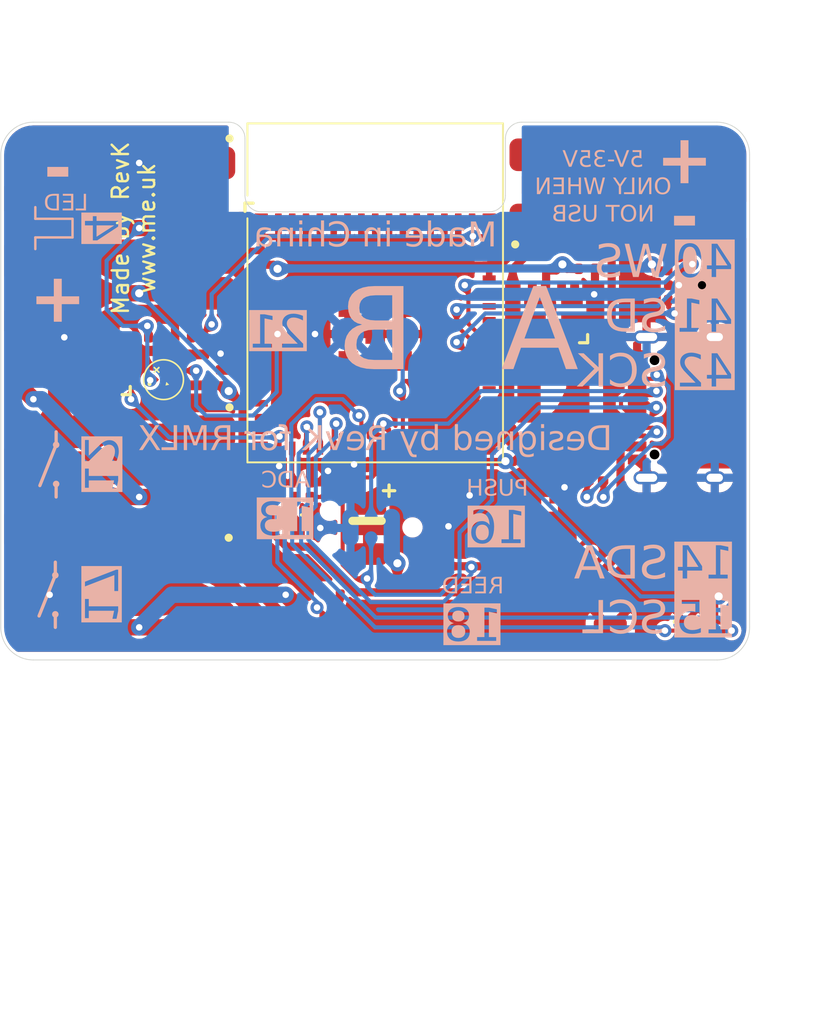
<source format=kicad_pcb>
(kicad_pcb (version 20240108) (generator "pcbnew") (generator_version "8.0")
  (title_block (title "OSC-Widget") (rev "1") (company "Adrian Kennard, Andrews & Arnold Ltd"))
  (layers (0 "F.Cu" signal) (31 "B.Cu" signal) (34 "B.Paste" user) (35 "F.Paste" user) (36 "B.SilkS" user "B.Silkscreen") (37 "F.SilkS" user "F.Silkscreen") (38 "B.Mask" user) (39 "F.Mask" user) (44 "Edge.Cuts" user))
  (net 0 "")
  (net 1 "GND")
  (net 2 "+3V3")
  (net 3 "Net-(J5-CC1)")
  (net 4 "D+")
  (net 5 "D-")
  (net 7 "Net-(J5-CC2)")
  (net 9 "Net-(U6-EN)")
  (net 12 "ADC")
  (net 18 "DC")
  (net 19 "Net-(J1-Pin_2)")
  (net 23 "Net-(D1-+)")
  (net 32 "Net-(R7-Pad1)")
  (net 33 "MICWS")
  (net 34 "MICSD")
  (net 48 "PUSH")
  (net 49 "MICSCK")
  (net 54 "Net-(J6-Pin_1)")
  (net 55 "Net-(J6-Pin_2)")
  (net 58 "LED1")
  (net 59 "LED2")
  (net 62 "REED")
  (net 64 "Net-(J7-Pin_2)")
  (net 65 "Net-(J7-Pin_1)")
  (net 66 "RELAY1")
  (net 67 "Net-(R10-Pad1)")
  (net 68 "RELAY2")
  (net 69 "SDA")
  (net 70 "SCL")
  (footprint "RevK:SO-4_4.4x4.3mm_P2.54mm" (layer "F.Cu") (at 94 110.5 180)
    (property "Reference" "U8" (hide yes))
    (property "Value" "Relay")
  )
  (footprint "RevK:L_4x4_" (layer "F.Cu") (at 110.95 99.085)
    (property "Reference" "L2" (hide yes))
    (property "Value" "10uH")
  )
  (footprint "RevK:WAGO-2060-452-998-404" (layer "F.Cu") (at 85 111.5)
    (property "Reference" "J7" (hide yes))
    (property "Value" "RELAY2")
  )
  (footprint "RevK:SO-4_4.4x4.3mm_P2.54mm" (layer "F.Cu") (at 81.05 97.25 90)
    (property "Reference" "U3" (hide yes))
    (property "Value" "Relay")
  )
  (footprint "RevK:DFN1006-2L" (layer "F.Cu") (at 86.5 95.7 180)
    (property "Reference" "D2" (hide yes))
    (property "Value" "~")
  )
  (footprint "RevK:R_0402" (layer "F.Cu") (at 95.5 104.6)
    (property "Reference" "R3" (hide yes))
    (property "Value" "10K" (hide yes))
  )
  (footprint "RevK:R_0402_" (layer "F.Cu") (at 109.15 92.585)
    (property "Reference" "R15" (hide yes))
    (property "Value" "1M" (hide yes))
  )
  (footprint "RevK:SOT-23" (layer "F.Cu") (at 90 97.7)
    (property "Reference" "U4" (hide yes))
    (property "Value" "78L05")
  )
  (footprint "RevK:C_0603_" (layer "F.Cu") (at 110.95 96.485)
    (property "Reference" "C12" (hide yes))
    (property "Value" "100nF")
  )
  (footprint "RevK:Shadow" (layer "F.Cu") (at 101.55 98)
    (property "Reference" "REF**" (hide yes))
    (property "Value" "Shadow")
  )
  (footprint "RevK:C_0603" (layer "F.Cu") (at 113.75 102 180)
    (property "Reference" "C5" (hide yes))
    (property "Value" "10uF 35V")
  )
  (footprint "RevK:Reed-59170" (layer "F.Cu") (at 106 113.5)
    (property "Reference" "SW2" (hide yes))
    (property "Value" "SW_Reed")
  )
  (footprint "RevK:SW_Push_1P1T_NO_6x6mm" (layer "F.Cu") (at 107.5 107.5 180)
    (property "Reference" "SW1" (hide yes))
    (property "Value" "Button")
  )
  (footprint "RevK:C_0402" (layer "F.Cu") (at 87.4 96.6 180)
    (property "Reference" "C15" (hide yes))
    (property "Value" "100nF" (hide yes))
  )
  (footprint "RevK:R_0402" (layer "F.Cu") (at 90 95.7 180)
    (property "Reference" "R2" (hide yes))
    (property "Value" "10K" (hide yes))
  )
  (footprint "RevK:CP_EIA-3528-21_Kemet-B" (layer "F.Cu") (at 99.5 107.465 90)
    (property "Reference" "C1" (hide yes))
    (property "Value" "220uF Tant")
  )
  (footprint "RevK:R_0402_" (layer "F.Cu") (at 112.750001 92.585)
    (property "Reference" "R14" (hide yes))
    (property "Value" "39k2" (hide yes))
  )
  (footprint "RevK:USB-C-Socket-H" (layer "F.Cu") (at 117.16 100 90)
    (property "Reference" "J5" (hide yes))
    (property "Value" "USB-C-Socket-H")
  )
  (footprint "RevK:R_0402" (layer "F.Cu") (at 95.5 105.5)
    (property "Reference" "R10" (hide yes))
    (property "Value" "1K" (hide yes))
  )
  (footprint "RevK:R_0402_" (layer "F.Cu") (at 110.95 92.585)
    (property "Reference" "R4" (hide yes))
    (property "Value" "124k" (hide yes))
  )
  (footprint "RevK:SMD1010" (layer "F.Cu") (at 87 98.3 45)
    (property "Reference" "D1" (hide yes))
    (property "Value" "XL-1010RGBC-WS2812B" (hide yes))
  )
  (footprint "RevK:C_0402" (layer "F.Cu") (at 88.2 95.7 180)
    (property "Reference" "C9" (hide yes))
    (property "Value" "1uF" (hide yes))
  )
  (footprint "RevK:R_0402" (layer "F.Cu") (at 93.75 104.6)
    (property "Reference" "R1" (hide yes))
    (property "Value" "124K" (hide yes))
  )
  (footprint "RevK:VEML6040" (layer "F.Cu") (at 120 113.5)
    (property "Reference" "U9" (hide yes))
    (property "Value" "VEML6040")
  )
  (footprint "RevK:SOT-23-6-MD8942" (layer "F.Cu") (at 110.95 94.485)
    (property "Reference" "U7" (hide yes))
    (property "Value" "MD8942")
  )
  (footprint "RevK:C_0603" (layer "F.Cu") (at 109.2 101.9 180)
    (property "Reference" "C3" (hide yes))
    (property "Value" "22uF")
  )
  (footprint "RevK:R_0402" (layer "F.Cu") (at 113.1 104 90)
    (property "Reference" "R5" (hide yes))
    (property "Value" "5K1" (hide yes))
  )
  (footprint "RevK:ICS43434_MEMS_Mic" (layer "F.Cu") (at 119.289 92.5)
    (property "Reference" "U1" (hide yes))
    (property "Value" "ICS43434_MEMS_Mic")
  )
  (footprint "RevK:C_0603_" (layer "F.Cu") (at 108.45 95.785 90)
    (property "Reference" "C10" (hide yes))
    (property "Value" "10uF 35V")
  )
  (footprint "RevK:C_0402" (layer "F.Cu") (at 111.446745 101.979436)
    (property "Reference" "C2" (hide yes))
    (property "Value" "100nF" (hide yes))
  )
  (footprint "RevK:R_0402" (layer "F.Cu") (at 114 104 -90)
    (property "Reference" "R6" (hide yes))
    (property "Value" "5K1" (hide yes))
  )
  (footprint "RevK:C_0402" (layer "F.Cu") (at 91.35 96.2 -90)
    (property "Reference" "C7" (hide yes))
    (property "Value" "10uF" (hide yes))
  )
  (footprint "RevK:WAGO-2060-452-998-404" (layer "F.Cu") (at 114.6 86.5 180)
    (property "Reference" "J4" (hide yes))
    (property "Value" "DC")
  )
  (footprint "RevK:C_0402" (layer "F.Cu") (at 113 91.5)
    (property "Reference" "C8" (hide yes))
    (property "Value" "10uF" (hide yes))
  )
  (footprint "RevK:C_0603_" (layer "F.Cu") (at 113.45 95.785 90)
    (property "Reference" "C11" (hide yes))
    (property "Value" "10uF 6.3V")
  )
  (footprint "RevK:R_0402" (layer "F.Cu") (at 84.3 97.45)
    (property "Reference" "R7" (hide yes))
    (property "Value" "1K" (hide yes))
  )
  (footprint "RevK:DFN1006-2L" (layer "F.Cu") (at 113.2 108.475 -90)
    (property "Reference" "D3" (hide yes))
    (property "Value" "~")
  )
  (footprint "RevK:WAGO-2060-452-998-404" (layer "F.Cu") (at 85.05 103.5)
    (property "Reference" "J6" (hide yes))
    (property "Value" "RELAY1")
  )
  (footprint "RevK:DFN1006-2L" (layer "F.Cu") (at 97.425 111.5)
    (property "Reference" "D5" (hide yes))
    (property "Value" "~")
  )
  (footprint "RevK:ESP32-S3-MINI-1" (layer "F.Cu") (at 100 95.5)
    (property "Reference" "U6" (hide yes))
    (property "Value" "ESP32-S3-MINI-1" (hide yes))
  )
  (footprint "RevK:WAGO-2060-453-998-404" (layer "F.Cu") (at 85.05 89)
    (property "Reference" "J2" (hide yes))
    (property "Value" "Wago")
  )
  (footprint "RevK:AA-Pad" (layer "B.Cu") (at 100 95.5 180)
    (property "Reference" "J1" (hide yes))
    (property "Value" "Reset")
  )
  (footprint "RevK:Tag-Connect_TC2030-IDC-NL_2x03_P1.27mm_Vertical" (layer "B.Cu") (at 99.75 107.365 180)
    (property "Reference" "J3" (hide yes))
    (property "Value" "TC2030-USB-NL-DS")
  )
  (gr_line (start 80.399 104.7) (end 80.399 105.5) (stroke (width 0.2)) (layer "B.SilkS"))
  (gr_circle (center 80.399 102.3) (end 80.199 102.3) (fill solid) (layer "B.SilkS"))
  (gr_line (start 80.399 101.5) (end 80.399 102.3) (stroke (width 0.2)) (layer "B.SilkS"))
  (gr_line (start 80.349 112.7) (end 80.349 113.5) (stroke (width 0.2)) (layer "B.SilkS"))
  (gr_line (start 80.399 102.3) (end 79.399018 104.800007) (stroke (width 0.2)) (layer "B.SilkS"))
  (gr_line (start 80.349 110.3) (end 79.349018 112.800007) (stroke (width 0.2)) (layer "B.SilkS"))
  (gr_circle (center 80.349 112.7) (end 80.149 112.7) (fill solid) (layer "B.SilkS"))
  (gr_line (start 80.349 109.5) (end 80.349 110.3) (stroke (width 0.2)) (layer "B.SilkS"))
  (gr_circle (center 80.399 104.7) (end 80.199 104.7) (fill solid) (layer "B.SilkS"))
  (gr_circle (center 80.349 110.3) (end 80.149 110.3) (fill solid) (layer "B.SilkS"))
  (gr_circle (center 87 98.3) (end 88.220656 98.3) (stroke (width 0.1)) (fill none) (layer "F.SilkS"))
  (gr_line (start 77.000001 113.499999) (end 77 84.5) (stroke (width 0.05)) (layer "Edge.Cuts"))
  (gr_arc (start 93 88) (mid 92.292893 87.707107) (end 92 87) (stroke (width 0.05)) (layer "Edge.Cuts"))
  (gr_line (start 121 115.5) (end 79.000001 115.499999) (stroke (width 0.05)) (layer "Edge.Cuts"))
  (gr_arc (start 79.000001 115.499999) (mid 77.585787 114.914213) (end 77.000001 113.499999) (stroke (width 0.05)) (layer "Edge.Cuts"))
  (gr_arc (start 91 82.5) (mid 91.707107 82.792893) (end 92 83.5) (stroke (width 0.05)) (layer "Edge.Cuts"))
  (gr_line (start 123 84.5) (end 123 113.5) (stroke (width 0.05)) (layer "Edge.Cuts"))
  (gr_arc (start 121 82.5) (mid 122.414214 83.085786) (end 123 84.5) (stroke (width 0.05)) (layer "Edge.Cuts"))
  (gr_line (start 108 83.5) (end 108 87) (stroke (width 0.05)) (layer "Edge.Cuts"))
  (gr_line (start 91 82.5) (end 79 82.5) (stroke (width 0.05)) (layer "Edge.Cuts"))
  (gr_arc (start 108 87) (mid 107.707107 87.707107) (end 107 88) (stroke (width 0.05)) (layer "Edge.Cuts"))
  (gr_line (start 107 88) (end 93 88) (stroke (width 0.05)) (layer "Edge.Cuts"))
  (gr_line (start 92 83.5) (end 92 87) (stroke (width 0.05)) (layer "Edge.Cuts"))
  (gr_line (start 109 82.5) (end 121 82.5) (stroke (width 0.05)) (layer "Edge.Cuts"))
  (gr_arc (start 108 83.5) (mid 108.292893 82.792893) (end 109 82.5) (stroke (width 0.05)) (layer "Edge.Cuts"))
  (gr_arc (start 77 84.5) (mid 77.585786 83.085786) (end 79 82.5) (stroke (width 0.05)) (layer "Edge.Cuts"))
  (gr_arc (start 123 113.5) (mid 122.414214 114.914214) (end 121 115.5) (stroke (width 0.05)) (layer "Edge.Cuts"))
  (gr_text "A" (at 112.5 98.5 0) (layer "B.SilkS") (effects (font (size 5 5)) (justify left bottom mirror)))
  (gr_text "WS\nSD\nSCK" (at 118 90 0) (layer "B.SilkS") (effects (font (size 2 2)) (justify left top mirror)))
  (gr_text "16" (at 107.5 107.5 0) (layer "B.SilkS" knockout) (effects (font (size 2 2)) (justify mirror)))
  (gr_text "+" (at 80.5 93.5 0) (layer "B.SilkS") (effects (font (size 3 3) (thickness 0.3) (bold yes))))
  (gr_text "21" (at 94 95.5 0) (layer "B.SilkS" knockout) (effects (font (size 2 2)) (justify mirror)))
  (gr_text "13" (at 94.5 107 0) (layer "B.SilkS" knockout) (effects (font (size 2 2)) (justify mirror)))
  (gr_text "REED" (at 106 111 0) (layer "B.SilkS") (effects (font (size 1 1)) (justify mirror)))
  (gr_text "14\n15" (at 122 108.5 0) (layer "B.SilkS" knockout) (effects (font (size 2 2)) (justify left top mirror)))
  (gr_text "Designed by RevK for RMLX" (at 100 102 0) (layer "B.SilkS") (effects (font (size 1.5 1.5)) (justify mirror)))
  (gr_text "4" (at 83 89 270) (layer "B.SilkS" knockout) (effects (font (size 2 2)) (justify mirror)))
  (gr_text "17" (at 83 111.5 270) (layer "B.SilkS" knockout) (effects (font (size 2 2)) (justify mirror)))
  (gr_text "Made in China" (at 100 89.5 0) (layer "B.SilkS") (effects (font (size 1.5 1.5)) (justify mirror)))
  (gr_text "5V-35V\nONLY WHEN\nNOT USB" (at 114 86.5 0) (layer "B.SilkS") (effects (font (size 1 1)) (justify mirror)))
  (gr_text "⎍" (at 80.5 89 -90) (layer "B.SilkS") (effects (font (size 3 3)) (justify mirror)))
  (gr_text "ADC" (at 94.5 104.5 0) (layer "B.SilkS") (effects (font (size 1 1)) (justify mirror)))
  (gr_text "18" (at 106 113.5 0) (layer "B.SilkS" knockout) (effects (font (size 2 2)) (justify mirror)))
  (gr_text "-" (at 119 88.5 0) (layer "B.SilkS") (effects (font (size 3 3) (thickness 0.3) (bold yes))))
  (gr_text "-" (at 80.5 85.5 0) (layer "B.SilkS") (effects (font (size 3 3) (thickness 0.3) (bold yes))))
  (gr_text "LED" (at 81 87.5 0) (layer "B.SilkS") (effects (font (size 1 1)) (justify mirror)))
  (gr_text "+" (at 119 85 0) (layer "B.SilkS") (effects (font (size 3 3) (thickness 0.3) (bold yes))))
  (gr_text "SDA\nSCL" (at 118 108.5 0) (layer "B.SilkS") (effects (font (size 2 2)) (justify left top mirror)))
  (gr_text "40\n41\n42" (at 122 90 0) (layer "B.SilkS" knockout) (effects (font (size 2 2)) (justify left top mirror)))
  (gr_text "12" (at 83 103.5 270) (layer "B.SilkS" knockout) (effects (font (size 2 2)) (justify mirror)))
  (gr_text "PUSH" (at 107.5 105 0) (layer "B.SilkS") (effects (font (size 1 1)) (justify mirror)))
  (gr_text "Made by RevK\nwww.me.uk" (at 86.55 89 90) (layer "F.SilkS") (effects (font (size 1 1)) (justify bottom)))
  (segment (start 86.925 95.7) (end 86.925 96.575) (width 0.25) (layer "F.Cu") (net 1))
  (segment (start 86.925 96.575) (end 86.9 96.6) (width 0.25) (layer "F.Cu") (net 1))
  (segment (start 85.275 96.6) (end 84.67 96.6) (width 0.25) (layer "F.Cu") (net 1))
  (segment (start 96.4 104.6) (end 97.1 103.9) (width 0.25) (layer "F.Cu") (net 1))
  (segment (start 107.65 91.25) (end 110 88.9) (width 0.5) (layer "F.Cu") (net 1))
  (segment (start 107 91.25) (end 107.65 91.25) (width 0.5) (layer "F.Cu") (net 1))
  (segment (start 94.75 109.25) (end 93.95 109.25) (width 0.5) (layer "F.Cu") (net 1))
  (segment (start 97 111.5) (end 94.75 109.25) (width 0.5) (layer "F.Cu") (net 1))
  (segment (start 96 104.6) (end 96.4 104.6) (width 0.25) (layer "F.Cu") (net 1))
  (segment (start 116.67 104.32) (end 116.67 103.78) (width 0.5) (layer "F.Cu") (net 1))
  (segment (start 116.67 103.78) (end 116.09 103.2) (width 0.5) (layer "F.Cu") (net 1))
  (segment (start 110 88.9) (end 110 88.5) (width 0.5) (layer "F.Cu") (net 1))
  (segment (start 84.67 96.6) (end 84.05 95.98) (width 0.25) (layer "F.Cu") (net 1))
  (segment (start 92.73 108.03) (end 92.73 107.5) (width 0.5) (layer "F.Cu") (net 1))
  (segment (start 93.95 109.25) (end 92.73 108.03) (width 0.5) (layer "F.Cu") (net 1))
  (via (at 96.3 95.5) (size 0.8) (drill 0.4) (layers "F.Cu" "B.Cu") (net 1))
  (via (at 85.5 85) (size 0.8) (drill 0.4) (layers "F.Cu" "B.Cu") (net 1))
  (via (at 104.5 107.3) (size 0.8) (drill 0.4) (layers "F.Cu" "B.Cu") (net 1))
  (via (at 94.1 103.6) (size 0.8) (drill 0.4) (layers "F.Cu" "B.Cu") (net 1))
  (via (at 98.7 103.5) (size 0.8) (drill 0.4) (layers "F.Cu" "B.Cu") (net 1))
  (via (at 80 111.5) (size 0.8) (drill 0.4) (layers "F.Cu" "B.Cu") (net 1))
  (via (at 111.628862 104.903556) (size 0.8) (drill 0.4) (layers "F.Cu" "B.Cu") (net 1))
  (via (at 97.1 103.9) (size 0.8) (drill 0.4) (layers "F.Cu" "B.Cu") (net 1))
  (via (at 105.8 105.4) (size 0.8) (drill 0.4) (layers "F.Cu" "B.Cu") (net 1))
  (via (at 80.9 95.7) (size 0.8) (drill 0.4) (layers "F.Cu" "B.Cu") (net 1))
  (via (at 96.626279 107.401345) (size 0.8) (drill 0.4) (layers "F.Cu" "B.Cu") (net 1))
  (via (at 113.45 93.06313) (size 0.8) (drill 0.4) (layers "F.Cu" "B.Cu") (net 1))
  (via (at 90.5 96.7) (size 0.8) (drill 0.4) (layers "F.Cu" "B.Cu") (net 1))
  (segment (start 98.48 107.4) (end 98.48 108) (width 1) (layer "B.Cu") (net 1))
  (segment (start 98.478655 107.401345) (end 98.48 107.4) (width 0.5) (layer "B.Cu") (net 1))
  (segment (start 96.626279 107.401345) (end 98.478655 107.401345) (width 0.5) (layer "B.Cu") (net 1))
  (segment (start 98.48 106.73) (end 98.48 107.4) (width 1) (layer "B.Cu") (net 1))
  (segment (start 92.35 91.25) (end 93 91.25) (width 0.25) (layer "F.Cu") (net 2))
  (segment (start 94 91.5) (end 93.75 91.25) (width 0.5) (layer "F.Cu") (net 2))
  (segment (start 110.5 92.535) (end 110.45 92.585) (width 0.5) (layer "F.Cu") (net 2))
  (segment (start 110.946745 100.588255) (end 110.946745 101.979436) (width 0.5) (layer "F.Cu") (net 2))
  (segment (start 109.3375 102.5375) (end 109.975 101.9) (width 0.5) (layer "F.Cu") (net 2))
  (segment (start 117.375 91.6) (end 117 91.225) (width 0.5) (layer "F.Cu") (net 2))
  (segment (start 120.95 111.75) (end 121.1 111.6) (width 0.25) (layer "F.Cu") (net 2))
  (segment (start 112.45 99.085) (end 110.946745 100.588255) (width 0.5) (layer "F.Cu") (net 2))
  (segment (start 92.275 94.775) (end 92.275 91.325) (width 0.25) (layer "F.Cu") (net 2))
  (segment (start 111.775 91.5) (end 111.5 91.225) (width 0.5) (layer "F.Cu") (net 2))
  (segment (start 110.5 91.6) (end 110.5 92.535) (width 0.5) (layer "F.Cu") (net 2))
  (segment (start 92.275 91.325) (end 92.35 91.25) (width 0.25) (layer "F.Cu") (net 2))
  (segment (start 93.75 91.25) (end 93 91.25) (width 0.5) (layer "F.Cu") (net 2))
  (segment (start 120.95 113.15) (end 120.95 111.75) (width 0.25) (layer "F.Cu") (net 2))
  (segment (start 109.975 101.9) (end 110.867309 101.9) (width 0.5) (layer "F.Cu") (net 2))
  (segment (start 91.35 95.7) (end 92.275 94.775) (width 0.25) (layer "F.Cu") (net 2))
  (segment (start 91.35 95.7) (end 90.5 95.7) (width 0.25) (layer "F.Cu") (net 2))
  (segment (start 108.575 103.3) (end 109.3375 102.5375) (width 0.25) (layer "F.Cu") (net 2))
  (segment (start 112.5 91.5) (end 111.775 91.5) (width 0.5) (layer "F.Cu") (net 2))
  (segment (start 111.125 91.6) (end 111.5 91.225) (width 0.5) (layer "F.Cu") (net 2))
  (segment (start 102.0775 103.35) (end 108.525 103.35) (width 0.5) (layer "F.Cu") (net 2))
  (segment (start 99.5 105.9275) (end 102.0775 103.35) (width 0.5) (layer "F.Cu") (net 2))
  (segment (start 110.5 91.6) (end 111.125 91.6) (width 0.5) (layer "F.Cu") (net 2))
  (segment (start 108 103.3) (end 108.575 103.3) (width 0.25) (layer "F.Cu") (net 2))
  (segment (start 110.867309 101.9) (end 110.946745 101.979436) (width 0.5) (layer "F.Cu") (net 2))
  (segment (start 108.525 103.35) (end 109.3375 102.5375) (width 0.5) (layer "F.Cu") (net 2))
  (segment (start 118 91.6) (end 117.375 91.6) (width 0.5) (layer "F.Cu") (net 2))
  (via (at 111.5 91.225) (size 1) (drill 0.5) (layers "F.Cu" "B.Cu") (net 2))
  (via (at 121.1 111.6) (size 1) (drill 0.5) (layers "F.Cu" "B.Cu") (net 2))
  (via (at 108 103.3) (size 1) (drill 0.5) (layers "F.Cu" "B.Cu") (net 2))
  (via (at 117 91.225) (size 1) (drill 0.5) (layers "F.Cu" "B.Cu") (net 2))
  (via (at 94 91.5) (size 1) (drill 0.5) (layers "F.Cu" "B.Cu") (net 2))
  (segment (start 111.75 91.475) (end 116.75 91.475) (width 0.5) (layer "B.Cu") (net 2))
  (segment (start 121.1 111.6) (end 116.3 111.6) (width 0.25) (layer "B.Cu") (net 2))
  (segment (start 94.025 91.475) (end 111.25 91.475) (width 0.5) (layer "B.Cu") (net 2))
  (segment (start 111.25 91.475) (end 111.5 91.225) (width 0.5) (layer "B.Cu") (net 2))
  (segment (start 94 91.5) (end 94.025 91.475) (width 0.5) (layer "B.Cu") (net 2))
  (segment (start 116.3 111.6) (end 108 103.3) (width 0.25) (layer "B.Cu") (net 2))
  (segment (start 116.75 91.475) (end 117 91.225) (width 0.5) (layer "B.Cu") (net 2))
  (segment (start 111.5 91.225) (end 111.75 91.475) (width 0.5) (layer "B.Cu") (net 2))
  (segment (start 116.09 101.25) (end 117.049998 101.25) (width 0.25) (layer "F.Cu") (net 3))
  (segment (start 113 104.6) (end 113.1 104.5) (width 0.25) (layer "F.Cu") (net 3))
  (segment (start 117.049998 101.25) (end 117.299998 101.5) (width 0.25) (layer "F.Cu") (net 3))
  (segment (start 113 105.5) (end 113 104.6) (width 0.25) (layer "F.Cu") (net 3))
  (via (at 113 105.5) (size 0.8) (drill 0.4) (layers "F.Cu" "B.Cu") (net 3))
  (via (at 117.299998 101.5) (size 0.8) (drill 0.4) (layers "F.Cu" "B.Cu") (net 3))
  (segment (start 117 101.5) (end 113 105.5) (width 0.25) (layer "B.Cu") (net 3))
  (segment (start 117.299998 101.5) (end 117 101.5) (width 0.25) (layer "B.Cu") (net 3))
  (segment (start 115.452236 99.25) (end 115.1 99.602236) (width 0.25) (layer "F.Cu") (net 4))
  (segment (start 116.09 99.25) (end 115.452236 99.25) (width 0.25) (layer "F.Cu") (net 4))
  (segment (start 116.09 99.25) (end 117.024997 99.25) (width 0.25) (layer "F.Cu") (net 4))
  (segment (start 115.1 99.602236) (end 115.1 99.897764) (width 0.25) (layer "F.Cu") (net 4))
  (segment (start 115.452236 100.25) (end 116.09 100.25) (width 0.25) (layer "F.Cu") (net 4))
  (segment (start 100.85 101.35) (end 100.5 101) (width 0.25) (layer "F.Cu") (net 4))
  (segment (start 100.85 102.5) (end 100.85 101.35) (width 0.25) (layer "F.Cu") (net 4))
  (segment (start 115.1 99.897764) (end 115.452236 100.25) (width 0.25) (layer "F.Cu") (net 4))
  (segment (start 117.024997 99.25) (end 117.275 98.999997) (width 0.25) (layer "F.Cu") (net 4))
  (via (at 100.5 101) (size 0.8) (drill 0.4) (layers "F.Cu" "B.Cu") (net 4))
  (via (at 117.275 98.999997) (size 0.8) (drill 0.4) (layers "F.Cu" "B.Cu") (net 4))
  (segment (start 106.500003 98.999997) (end 117.275 98.999997) (width 0.25) (layer "B.Cu") (net 4))
  (segment (start 104.5 101) (end 106.500003 98.999997) (width 0.25) (layer "B.Cu") (net 4))
  (segment (start 100.5 101) (end 99.75 101.75) (width 0.25) (layer "B.Cu") (net 4))
  (segment (start 99.75 101.75) (end 99.75 106.73) (width 0.25) (layer "B.Cu") (net 4))
  (segment (start 100.5 101) (end 104.5 101) (width 0.25) (layer "B.Cu") (net 4))
  (segment (start 99.8 104.3) (end 98.890552 104.3) (width 0.25) (layer "F.Cu") (net 5))
  (segment (start 116.727764 99.75) (end 116.985 100.007236) (width 0.25) (layer "F.Cu") (net 5))
  (segment (start 98.890552 104.3) (end 98.545276 104.645276) (width 0.25) (layer "F.Cu") (net 5))
  (segment (start 116.985 100.492764) (end 116.727764 100.75) (width 0.25) (layer "F.Cu") (net 5))
  (segment (start 116.985 100.007236) (end 116.985 100.492764) (width 0.25) (layer "F.Cu") (net 5))
  (segment (start 116.09 99.75) (end 116.727764 99.75) (width 0.25) (layer "F.Cu") (net 5))
  (segment (start 98.545276 104.645276) (end 98 105.190553) (width 0.25) (layer "F.Cu") (net 5))
  (segment (start 98.8399 110.5) (end 99.5 110.5) (width 0.25) (layer "F.Cu") (net 5))
  (segment (start 98 105.190553) (end 98 109.6601) (width 0.25) (layer "F.Cu") (net 5))
  (segment (start 116.727764 100.75) (end 117.275 100.202764) (width 0.25) (layer "F.Cu") (net 5))
  (segment (start 100 104.1) (end 99.8 104.3) (width 0.25) (layer "F.Cu") (net 5))
  (segment (start 100 102.5) (end 100 104.1) (width 0.25) (layer "F.Cu") (net 5))
  (segment (start 116.727764 100.75) (end 116.09 100.75) (width 0.25) (layer "F.Cu") (net 5))
  (segment (start 98 109.6601) (end 98.8399 110.5) (width 0.25) (layer "F.Cu") (net 5))
  (segment (start 117.275 100.202764) (end 117.275 100) (width 0.25) (layer "F.Cu") (net 5))
  (via (at 117.275 100) (size 0.8) (drill 0.4) (layers "F.Cu" "B.Cu") (net 5))
  (via (at 99.5 110.5) (size 0.8) (drill 0.4) (layers "F.Cu" "B.Cu") (net 5))
  (segment (start 99.5 111) (end 100 111.5) (width 0.25) (layer "B.Cu") (net 5))
  (segment (start 107.175 105.688604) (end 107.175 102.897423) (width 0.25) (layer "B.Cu") (net 5))
  (segment (start 105.181802 107.681802) (end 107.175 105.688604) (width 0.25) (layer "B.Cu") (net 5))
  (segment (start 104 111.5) (end 105.181802 110.318198) (width 0.25) (layer "B.Cu") (net 5))
  (segment (start 99.75 110.25) (end 99.75 108) (width 0.25) (layer "B.Cu") (net 5))
  (segment (start 105.181802 110.318198) (end 105.181802 107.681802) (width 0.25) (layer "B.Cu") (net 5))
  (segment (start 110.072423 100) (end 117.275 100) (width 0.25) (layer "B.Cu") (net 5))
  (segment (start 99.5 110.5) (end 99.75 110.25) (width 0.25) (layer "B.Cu") (net 5))
  (segment (start 107.175 102.897423) (end 110.072423 100) (width 0.25) (layer "B.Cu") (net 5))
  (segment (start 100 111.5) (end 104 111.5) (width 0.25) (layer "B.Cu") (net 5))
  (segment (start 99.5 110.5) (end 99.5 111) (width 0.25) (layer "B.Cu") (net 5))
  (segment (start 114 105.5) (end 114.012653 105.512653) (width 0.25) (layer "F.Cu") (net 7))
  (segment (start 114 104.5) (end 114 105.5) (width 0.25) (layer "F.Cu") (net 7))
  (segment (start 116.09 98.25) (end 117.049998 98.25) (width 0.25) (layer "F.Cu") (net 7))
  (segment (start 117.049998 98.25) (end 117.299998 98) (width 0.25) (layer "F.Cu") (net 7))
  (via (at 114.012653 105.512653) (size 0.8) (drill 0.4) (layers "F.Cu" "B.Cu") (net 7))
  (via (at 117.299998 98) (size 0.8) (drill 0.4) (layers "F.Cu" "B.Cu") (net 7))
  (segment (start 117.299998 98) (end 118.024998 98.725) (width 0.25) (layer "B.Cu") (net 7))
  (segment (start 117.047183 102.225) (end 114.012653 105.25953) (width 0.25) (layer "B.Cu") (net 7))
  (segment (start 117.600303 102.225) (end 117.047183 102.225) (width 0.25) (layer "B.Cu") (net 7))
  (segment (start 114.012653 105.25953) (end 114.012653 105.512653) (width 0.25) (layer "B.Cu") (net 7))
  (segment (start 118.024998 98.725) (end 118.024998 101.800305) (width 0.25) (layer "B.Cu") (net 7))
  (segment (start 118.024998 101.800305) (end 117.600303 102.225) (width 0.25) (layer "B.Cu") (net 7))
  (segment (start 89.159118 95.7) (end 89.952417 94.906701) (width 0.25) (layer "F.Cu") (net 9))
  (segment (start 106.95 89.5) (end 107 89.55) (width 0.25) (layer "F.Cu") (net 9))
  (segment (start 106 89.5) (end 106.95 89.5) (width 0.25) (layer "F.Cu") (net 9))
  (segment (start 88.7 95.7) (end 89.5 95.7) (width 0.25) (layer "F.Cu") (net 9))
  (segment (start 88.7 95.7) (end 89.159118 95.7) (width 0.25) (layer "F.Cu") (net 9))
  (via (at 89.952417 94.906701) (size 0.8) (drill 0.4) (layers "F.Cu" "B.Cu") (net 9))
  (via (at 106 89.5) (size 0.8) (drill 0.4) (layers "F.Cu" "B.Cu") (net 9))
  (segment (start 93.5 89.5) (end 106 89.5) (width 0.25) (layer "B.Cu") (net 9))
  (segment (start 89.952417 94.906701) (end 89.952417 93.047583) (width 0.25) (layer "B.Cu") (net 9))
  (segment (start 89.952417 93.047583) (end 93.5 89.5) (width 0.25) (layer "B.Cu") (net 9))
  (segment (start 95 104.6) (end 94.25 104.6) (width 0.25) (layer "F.Cu") (net 12))
  (segment (start 94.9 102.5) (end 94.9 104.5) (width 0.25) (layer "F.Cu") (net 12))
  (segment (start 94.9 104.5) (end 95 104.6) (width 0.25) (layer "F.Cu") (net 12))
  (segment (start 93.25 104.6) (end 93.25 104.25) (width 0.5) (layer "F.Cu") (net 18))
  (segment (start 93.58 106.1) (end 93.58 107.569949) (width 0.5) (layer "F.Cu") (net 18))
  (segment (start 101.5 111.35) (end 112.65 111.35) (width 0.5) (layer "F.Cu") (net 18))
  (segment (start 115.02 97.6) (end 114.525 98.095) (width 0.5) (layer "F.Cu") (net 18))
  (segment (start 93.25 105.77) (end 93.58 106.1) (width 0.5) (layer "F.Cu") (net 18))
  (segment (start 115.07 102.45) (end 115.07 108.93) (width 0.5) (layer "F.Cu") (net 18))
  (segment (start 93.25 104.25) (end 93.25 104.75) (width 0.5) (layer "F.Cu") (net 18))
  (segment (start 80.4 93) (end 89.65 93) (width 1) (layer "F.Cu") (net 18))
  (segment (start 96.059662 108.55) (end 98.859662 111.35) (width 0.5) (layer "F.Cu") (net 18))
  (segment (start 90.65 98.65) (end 89.0625 98.65) (width 0.5) (layer "F.Cu") (net 18))
  (segment (start 109.682986 90.275) (end 114.3 90.275) (width 0.5) (layer "F.Cu") (net 18))
  (segment (start 114.525 98.095) (end 114.525 102) (width 0.5) (layer "F.Cu") (net 18))
  (segment (start 101.363225 109.567477) (end 101.363225 111.213225) (width 0.5) (layer "F.Cu") (net 18))
  (segment (start 91.85 102.85) (end 93.25 104.25) (width 0.5) (layer "F.Cu") (net 18))
  (segment (start 114.5 84.5) (end 119.25 84.5) (width 1) (layer "F.Cu") (net 18))
  (segment (start 108.45 93.765) (end 108.45 91.507986) (width 0.5) (layer "F.Cu") (net 18))
  (segment (start 114.3 90.275) (end 114.525 90.5) (width 0.5) (layer "F.Cu") (net 18))
  (segment (start 116.09 102.4) (end 114.925 102.4) (width 0.5) (layer "F.Cu") (net 18))
  (segment (start 116.09 97.6) (end 115.02 97.6) (width 0.5) (layer "F.Cu") (net 18))
  (segment (start 114.925 102.4) (end 114.525 102) (width 0.5) (layer "F.Cu") (net 18))
  (segment (start 110 84.5) (end 114.5 84.5) (width 1) (layer "F.Cu") (net 18))
  (segment (start 116.09 102.4) (end 115.12 102.4) (width 0.5) (layer "F.Cu") (net 18))
  (segment (start 115.12 102.4) (end 115.07 102.45) (width 0.5) (layer "F.Cu") (net 18))
  (segment (start 94.560051 108.55) (end 96.059662 108.55) (width 0.5) (layer "F.Cu") (net 18))
  (segment (start 93.25 104.6) (end 93.25 105.77) (width 0.5) (layer "F.Cu") (net 18))
  (segment (start 115.07 108.93) (end 114.25 109.75) (width 0.5) (layer "F.Cu") (net 18))
  (segment (start 114.525 84.525) (end 114.5 84.5) (width 0.5) (layer "F.Cu") (net 18))
  (segment (start 108.45 91.507986) (end 109.682986 90.275) (width 0.5) (layer "F.Cu") (net 18))
  (segment (start 112.65 111.35) (end 114.25 109.75) (width 0.5) (layer "F.Cu") (net 18))
  (segment (start 114.525 98.095) (end 114.525 90.5) (width 0.5) (layer "F.Cu") (net 18))
  (segment (start 91 99) (end 90.65 98.65) (width 0.5) (layer "F.Cu") (net 18))
  (segment (start 98.859662 111.35) (end 101.5 111.35) (width 0.5) (layer "F.Cu") (net 18))
  (segment (start 114.525 90.5) (end 114.525 84.525) (width 0.5) (layer "F.Cu") (net 18))
  (segment (start 91 99) (end 91.85 99.85) (width 0.5) (layer "F.Cu") (net 18))
  (segment (start 93.58 107.569949) (end 94.560051 108.55) (width 0.5) (layer "F.Cu") (net 18))
  (segment (start 91.85 99.85) (end 91.85 102.85) (width 0.5) (layer "F.Cu") (net 18))
  (segment (start 101.363225 111.213225) (end 101.5 111.35) (width 0.5) (layer "F.Cu") (net 18))
  (via (at 91 99) (size 1) (drill 0.5) (layers "F.Cu" "B.Cu") (net 18))
  (via (at 101.363225 109.567477) (size 1) (drill 0.5) (layers "F.Cu" "B.Cu") (net 18))
  (via (at 85.5 93) (size 1) (drill 0.5) (layers "F.Cu" "B.Cu") (net 18))
  (segment (start 101.02 106.73) (end 101.02 109.224252) (width 1) (layer "B.Cu") (net 18))
  (segment (start 91 98.5) (end 85.5 93) (width 0.25) (layer "B.Cu") (net 18))
  (segment (start 101.02 109.224252) (end 101.363225 109.567477) (width 1) (layer "B.Cu") (net 18))
  (segment (start 101.02 106.73) (end 101.02 108) (width 1) (layer "B.Cu") (net 18))
  (segment (start 91 99) (end 91 98.5) (width 0.25) (layer "B.Cu") (net 18))
  (segment (start 101.7 102.5) (end 101.7 99.2) (width 0.25) (layer "F.Cu") (net 19))
  (segment (start 101.7 99.2) (end 101.5 99) (width 0.25) (layer "F.Cu") (net 19))
  (via (at 101.5 99) (size 0.8) (drill 0.4) (layers "F.Cu" "B.Cu") (net 19))
  (segment (start 101.69 98.81) (end 101.69 95.5) (width 0.25) (layer "B.Cu") (net 19))
  (segment (start 101.5 99) (end 101.69 98.81) (width 0.25) (layer "B.Cu") (net 19))
  (segment (start 88.05 96.75) (end 87.9 96.6) (width 0.25) (layer "F.Cu") (net 23))
  (segment (start 87.9 96.6) (end 87.9 96.798959) (width 0.25) (layer "F.Cu") (net 23))
  (segment (start 89.0625 96.75) (end 88.05 96.75) (width 0.25) (layer "F.Cu") (net 23))
  (segment (start 87.9 96.798959) (end 87 97.698959) (width 0.25) (layer "F.Cu") (net 23))
  (segment (start 83.8 98.27) (end 84.05 98.52) (width 0.25) (layer "F.Cu") (net 32))
  (segment (start 83.8 97.45) (end 83.8 98.27) (width 0.25) (layer "F.Cu") (net 32))
  (segment (start 118 93.846972) (end 118 93.4) (width 0.25) (layer "F.Cu") (net 33))
  (segment (start 106.2 97.2) (end 105 96) (width 0.25) (layer "F.Cu") (net 33))
  (segment (start 118.391158 94.23813) (end 118 93.846972) (width 0.25) (layer "F.Cu") (net 33))
  (segment (start 107 97.2) (end 106.2 97.2) (width 0.25) (layer "F.Cu") (net 33))
  (via (at 105 96) (size 0.8) (drill 0.4) (layers "F.Cu" "B.Cu") (net 33))
  (via (at 118.391158 94.23813) (size 0.8) (drill 0.4) (layers "F.Cu" "B.Cu") (net 33))
  (segment (start 106.76187 94.23813) (end 118.391158 94.23813) (width 0.25) (layer "B.Cu") (net 33))
  (segment (start 105 96) (end 106.76187 94.23813) (width 0.25) (layer "B.Cu") (net 33))
  (segment (start 118.651893 92.499917) (end 118.000083 92.499917) (width 0.25) (layer "F.Cu") (net 34))
  (segment (start 106.375305 96.35) (end 105 94.974695) (width 0.25) (layer "F.Cu") (net 34))
  (segment (start 118.000083 92.499917) (end 118 92.5) (width 0.25) (layer "F.Cu") (net 34))
  (segment (start 105 94.974695) (end 105 94) (width 0.25) (layer "F.Cu") (net 34))
  (segment (start 107 96.35) (end 106.375305 96.35) (width 0.25) (layer "F.Cu") (net 34))
  (via (at 105 94) (size 0.8) (drill 0.4) (layers "F.Cu" "B.Cu") (net 34))
  (via (at 118.651893 92.499917) (size 0.8) (drill 0.4) (layers "F.Cu" "B.Cu") (net 34))
  (segment (start 105 94) (end 105.21187 93.78813) (width 0.25) (layer "B.Cu") (net 34))
  (segment (start 105.21187 93.78813) (end 117.36368 93.78813) (width 0.25) (layer "B.Cu") (net 34))
  (segment (start 117.36368 93.78813) (end 118.651893 92.499917) (width 0.25) (layer "B.Cu") (net 34))
  (segment (start 103.525 109.75) (end 105.856802 109.75) (width 0.25) (layer "F.Cu") (net 48))
  (segment (start 112.35 109.75) (end 111.475 109.75) (width 0.25) (layer "F.Cu") (net 48))
  (segment (start 105.856802 109.75) (end 105.906802 109.8) (width 0.25) (layer "F.Cu") (net 48))
  (segment (start 97.45 101.15) (end 97.6 101) (width 0.25) (layer "F.Cu") (net 48))
  (segment (start 97.45 102.5) (end 97.45 101.15) (width 0.25) (layer "F.Cu") (net 48))
  (segment (start 111.975 109.75) (end 104.025 109.75) (width 0.5) (layer "F.Cu") (net 48))
  (segment (start 113.2 108.9) (end 112.35 109.75) (width 0.25) (layer "F.Cu") (net 48))
  (via (at 105.906802 109.8) (size 0.8) (drill 0.4) (layers "F.Cu" "B.Cu") (net 48))
  (via (at 97.6 101) (size 0.8) (drill 0.4) (layers "F.Cu" "B.Cu") (net 48))
  (segment (start 95.9 106.509188) (end 95.9 108.13166) (width 0.25) (layer "B.Cu") (net 48))
  (segment (start 96.35 103.059188) (end 96.35 106.059188) (width 0.25) (layer "B.Cu") (net 48))
  (segment (start 105.906802 110.229594) (end 105.906802 109.8) (width 0.25) (layer "B.Cu") (net 48))
  (segment (start 95.9 108.13166) (end 99.71834 111.95) (width 0.25) (layer "B.Cu") (net 48))
  (segment (start 104.186396 111.95) (end 105.906802 110.229594) (width 0.25) (layer "B.Cu") (net 48))
  (segment (start 97.6 101.809188) (end 96.35 103.059188) (width 0.25) (layer "B.Cu") (net 48))
  (segment (start 97.6 101) (end 97.6 101.809188) (width 0.25) (layer "B.Cu") (net 48))
  (segment (start 99.71834 111.95) (end 104.186396 111.95) (width 0.25) (layer "B.Cu") (net 48))
  (segment (start 96.35 106.059188) (end 95.9 106.509188) (width 0.25) (layer "B.Cu") (net 48))
  (segment (start 107 95.5) (end 106.35 95.5) (width 0.25) (layer "F.Cu") (net 49))
  (segment (start 105.725 94.875) (end 105.725 92.725) (width 0.25) (layer "F.Cu") (net 49))
  (segment (start 119.213746 91.208254) (end 118.822 91.6) (width 0.25) (layer "F.Cu") (net 49))
  (segment (start 119.479882 91.208254) (end 119.213746 91.208254) (width 0.25) (layer "F.Cu") (net 49))
  (segment (start 105.725 92.725) (end 105.5 92.5) (width 0.25) (layer "F.Cu") (net 49))
  (segment (start 106.35 95.5) (end 105.725 94.875) (width 0.25) (layer "F.Cu") (net 49))
  (via (at 119.479882 91.208254) (size 0.8) (drill 0.4) (layers "F.Cu" "B.Cu") (net 49))
  (via (at 105.5 92.5) (size 0.8) (drill 0.4) (layers "F.Cu" "B.Cu") (net 49))
  (segment (start 117.788375 92.33813) (end 118.918251 91.208254) (width 0.25) (layer "B.Cu") (net 49))
  (segment (start 105.66187 92.33813) (end 117.788375 92.33813) (width 0.25) (layer "B.Cu") (net 49))
  (segment (start 118.918251 91.208254) (end 119.479882 91.208254) (width 0.25) (layer "B.Cu") (net 49))
  (segment (start 105.5 92.5) (end 105.66187 92.33813) (width 0.25) (layer "B.Cu") (net 49))
  (segment (start 80.4 98.33) (end 80.4 101.5) (width 1) (layer "F.Cu") (net 54))
  (segment (start 89.65 101.5) (end 80.4 101.5) (width 1) (layer "F.Cu") (net 54))
  (segment (start 78.05 95.98) (end 80.4 98.33) (width 1) (layer "F.Cu") (net 54))
  (segment (start 78.05 98.52) (end 78.05 98.55) (width 1) (layer "F.Cu") (net 55))
  (segment (start 80.4 105.5) (end 89.65 105.5) (width 1) (layer "F.Cu") (net 55))
  (segment (start 78.05 98.55) (end 79 99.5) (width 1) (layer "F.Cu") (net 55))
  (via (at 79 99.5) (size 0.8) (drill 0.4) (layers "F.Cu" "B.Cu") (net 55))
  (via (at 85.5 105.5) (size 0.8) (drill 0.4) (layers "F.Cu" "B.Cu") (net 55))
  (segment (start 79 99.5) (end 79.5 99.5) (width 1) (layer "B.Cu") (net 55))
  (segment (start 79.5 99.5) (end 85.5 105.5) (width 1) (layer "B.Cu") (net 55))
  (segment (start 94 95.5) (end 93 95.5) (width 0.25) (layer "F.Cu") (net 58))
  (segment (start 87.601041 98.3) (end 88.15104 97.750001) (width 0.25) (layer "F.Cu") (net 58))
  (segment (start 88.15104 97.750001) (end 89 97.750001) (width 0.25) (layer "F.Cu") (net 58))
  (via (at 89 97.750001) (size 0.8) (drill 0.4) (layers "F.Cu" "B.Cu") (net 58))
  (via (at 94 95.5) (size 0.8) (drill 0.4) (layers "F.Cu" "B.Cu") (net 58))
  (segment (start 93.95 95.55) (end 94 95.5) (width 0.25) (layer "B.Cu") (net 58))
  (segment (start 89.6 100.5) (end 92.5 100.5) (width 0.25) (layer "B.Cu") (net 58))
  (segment (start 89 99.9) (end 89.6 100.5) (width 0.25) (layer "B.Cu") (net 58))
  (segment (start 93.95 99.05) (end 93.95 95.55) (width 0.25) (layer "B.Cu") (net 58))
  (segment (start 89 97.750001) (end 89 99.9) (width 0.25) (layer "B.Cu") (net 58))
  (segment (start 92.5 100.5) (end 93.95 99.05) (width 0.25) (layer "B.Cu") (net 58))
  (segment (start 86.075 95.075) (end 86 95) (width 0.25) (layer "F.Cu") (net 59))
  (segment (start 86.20767 98.3) (end 86.175 98.33267) (width 0.25) (layer "F.Cu") (net 59))
  (segment (start 86.247638 98.3) (end 86.20767 98.3) (width 0.25) (layer "F.Cu") (net 59))
  (segment (start 86.075 95.7) (end 86.075 95.075) (width 0.25) (layer "F.Cu") (net 59))
  (segment (start 80.4 89) (end 89.65 89) (width 1) (layer "F.Cu") (net 59))
  (via (at 86.175 98.33267) (size 0.8) (drill 0.4) (layers "F.Cu" "B.Cu") (net 59))
  (via (at 85.5 89) (size 0.8) (drill 0.4) (layers "F.Cu" "B.Cu") (net 59))
  (via (at 86 95) (size 0.8) (drill 0.4) (layers "F.Cu" "B.Cu") (net 59))
  (segment (start 86 95) (end 86 98.15767) (width 0.25) (layer "B.Cu") (net 59))
  (segment (start 86 95) (end 84.5 95) (width 0.25) (layer "B.Cu") (net 59))
  (segment (start 83.5 94) (end 83.5 91) (width 0.25) (layer "B.Cu") (net 59))
  (segment (start 84.5 95) (end 83.5 94) (width 0.25) (layer "B.Cu") (net 59))
  (segment (start 83.5 91) (end 85.5 89) (width 0.25) (layer "B.Cu") (net 59))
  (segment (start 86 98.15767) (end 86.175 98.33267) (width 0.25) (layer "B.Cu") (net 59))
  (segment (start 99.15 102.5) (end 99.15 100.65) (width 0.25) (layer "F.Cu") (net 62))
  (segment (start 97.85 111.5) (end 97.85 113.21) (width 0.25) (layer "F.Cu") (net 62))
  (segment (start 97.56 113.41695) (end 96.425535 112.282485) (width 0.25) (layer "F.Cu") (net 62))
  (segment (start 99.15 100.65) (end 99 100.5) (width 0.25) (layer "F.Cu") (net 62))
  (segment (start 97.56 113.5) (end 97.56 113.41695) (width 0.25) (layer "F.Cu") (net 62))
  (segment (start 97.85 113.21) (end 97.56 113.5) (width 0.25) (layer "F.Cu") (net 62))
  (via (at 99 100.5) (size 0.8) (drill 0.4) (layers "F.Cu" "B.Cu") (net 62))
  (via (at 96.425535 112.282485) (size 0.8) (drill 0.4) (layers "F.Cu" "B.Cu") (net 62))
  (segment (start 94.846324 101.028371) (end 94.846324 105.653676) (width 0.25) (layer "B.Cu") (net 62))
  (segment (start 96.425535 112.282485) (end 96.425535 111.950841) (width 0.25) (layer "B.Cu") (net 62))
  (segment (start 96.374695 99.5) (end 94.846324 101.028371) (width 0.25) (layer "B.Cu") (net 62))
  (segment (start 96.425535 111.950841) (end 95.937347 111.462653) (width 0.25) (layer "B.Cu") (net 62))
  (segment (start 94.487347 110.012653) (end 95.937347 111.462653) (width 0.25) (layer "B.Cu") (net 62))
  (segment (start 94.846324 105.653676) (end 93.987347 106.512653) (width 0.25) (layer "B.Cu") (net 62))
  (segment (start 93.987347 109.512653) (end 94.487347 110.012653) (width 0.25) (layer "B.Cu") (net 62))
  (segment (start 99 100.5) (end 98 99.5) (width 0.25) (layer "B.Cu") (net 62))
  (segment (start 93.987347 106.512653) (end 93.987347 109.512653) (width 0.25) (layer "B.Cu") (net 62))
  (segment (start 98 99.5) (end 96.374695 99.5) (width 0.25) (layer "B.Cu") (net 62))
  (segment (start 95.27 113.5) (end 95.27 112.27) (width 1) (layer "F.Cu") (net 64))
  (segment (start 85.5 113.5) (end 80.35 113.5) (width 1) (layer "F.Cu") (net 64))
  (segment (start 85.5 113.5) (end 89.6 113.5) (width 1) (layer "F.Cu") (net 64))
  (segment (start 95.27 112.27) (end 94.5 111.5) (width 1) (layer "F.Cu") (net 64))
  (via (at 94.5 111.5) (size 0.8) (drill 0.4) (layers "F.Cu" "B.Cu") (net 64))
  (via (at 85.5 113.5) (size 0.8) (drill 0.4) (layers "F.Cu" "B.Cu") (net 64))
  (segment (start 87.5 111.5) (end 85.5 113.5) (width 1) (layer "B.Cu") (net 64))
  (segment (start 94.5 111.5) (end 87.5 111.5) (width 1) (layer "B.Cu") (net 64))
  (segment (start 92.73 112.63) (end 92.73 113.5) (width 1) (layer "F.Cu") (net 65))
  (segment (start 89.6 109.5) (end 92.73 112.63) (width 1) (layer "F.Cu") (net 65))
  (segment (start 80.35 109.5) (end 89.6 109.5) (width 1) (layer "F.Cu") (net 65))
  (segment (start 94.05 102.5) (end 94.05 101.85695) (width 0.25) (layer "F.Cu") (net 66))
  (segment (start 94.05 101.85695) (end 94.121669 101.785281) (width 0.25) (layer "F.Cu") (net 66))
  (segment (start 85 97.65) (end 85 99.5) (width 0.25) (layer "F.Cu") (net 66))
  (segment (start 84.8 97.45) (end 85 97.65) (width 0.25) (layer "F.Cu") (net 66))
  (via (at 85 99.5) (size 0.8) (drill 0.4) (layers "F.Cu" "B.Cu") (net 66))
  (via (at 94.121669 101.785281) (size 0.8) (drill 0.4) (layers "F.Cu" "B.Cu") (net 66))
  (segment (start 85 99.5) (end 87.35 101.85) (width 0.25) (layer "B.Cu") (net 66))
  (segment (start 94.05695 101.85) (end 94.121669 101.785281) (width 0.25) (layer "B.Cu") (net 66))
  (segment (start 87.35 101.85) (end 94.05695 101.85) (width 0.25) (layer "B.Cu") (net 66))
  (segment (start 95 105.5) (end 95 107.23) (width 0.25) (layer "F.Cu") (net 67))
  (segment (start 95 107.23) (end 95.27 107.5) (width 0.25) (layer "F.Cu") (net 67))
  (segment (start 97.969972 103.169972) (end 98.3 102.839943) (width 0.25) (layer "F.Cu") (net 68))
  (segment (start 97.969972 104.196755) (end 97.969972 103.169972) (width 0.25) (layer "F.Cu") (net 68))
  (segment (start 98.3 102.839943) (end 98.3 102.5) (width 0.25) (layer "F.Cu") (net 68))
  (segment (start 96.666727 105.5) (end 97.969972 104.196755) (width 0.25) (layer "F.Cu") (net 68))
  (segment (start 96 105.5) (end 96.666727 105.5) (width 0.25) (layer "F.Cu") (net 68))
  (segment (start 117.8 113.7) (end 118.9 113.7) (width 0.25) (layer "F.Cu") (net 69))
  (segment (start 95.75 102.5) (end 95.75 101.25) (width 0.25) (layer "F.Cu") (net 69))
  (segment (start 95.75 101.25) (end 95.8 101.2) (width 0.25) (layer "F.Cu") (net 69))
  (segment (start 118.9 113.7) (end 119.05 113.85) (width 0.25) (layer "F.Cu") (net 69))
  (via (at 117.8 113.7) (size 0.8) (drill 0.4) (layers "F.Cu" "B.Cu") (net 69))
  (via (at 95.8 101.2) (size 0.8) (drill 0.4) (layers "F.Cu" "B.Cu") (net 69))
  (segment (start 100 113.5) (end 117.6 113.5) (width 0.25) (layer "B.Cu") (net 69))
  (segment (start 95.296324 105.840072) (end 94.9 106.236396) (width 0.25) (layer "B.Cu") (net 69))
  (segment (start 94.9 106.236396) (end 94.9 108.404452) (width 0.25) (layer "B.Cu") (net 69))
  (segment (start 99.997774 113.502226) (end 100 113.5) (width 0.25) (layer "B.Cu") (net 69))
  (segment (start 117.6 113.5) (end 117.8 113.7) (width 0.25) (layer "B.Cu") (net 69))
  (segment (start 95.8 102.336396) (end 95.296324 102.840072) (width 0.25) (layer "B.Cu") (net 69))
  (segment (start 95.296324 102.840072) (end 95.296324 105.840072) (width 0.25) (layer "B.Cu") (net 69))
  (segment (start 95.8 101.2) (end 95.8 102.336396) (width 0.25) (layer "B.Cu") (net 69))
  (segment (start 94.9 108.404452) (end 99.997774 113.502226) (width 0.25) (layer "B.Cu") (net 69))
  (segment (start 121.05 113.7) (end 120.9 113.85) (width 0.25) (layer "F.Cu") (net 70))
  (segment (start 121.9 113.7) (end 121.05 113.7) (width 0.25) (layer "F.Cu") (net 70))
  (segment (start 96.6 102.5) (end 96.6 100.3) (width 0.25) (layer "F.Cu") (net 70))
  (via (at 96.6 100.3) (size 0.8) (drill 0.4) (layers "F.Cu" "B.Cu") (net 70))
  (via (at 121.9 113.7) (size 0.8) (drill 0.4) (layers "F.Cu" "B.Cu") (net 70))
  (segment (start 96.6 100.3) (end 96.6 102.172792) (width 0.25) (layer "B.Cu") (net 70))
  (segment (start 96.6 102.172792) (end 95.9 102.872792) (width 0.25) (layer "B.Cu") (net 70))
  (segment (start 121.1 112.9) (end 121.9 113.7) (width 0.25) (layer "B.Cu") (net 70))
  (segment (start 100.031944 112.9) (end 121.1 112.9) (width 0.25) (layer "B.Cu") (net 70))
  (segment (start 95.9 105.872792) (end 95.45 106.322792) (width 0.25) (layer "B.Cu") (net 70))
  (segment (start 95.45 108.318056) (end 100.031944 112.9) (width 0.25) (layer "B.Cu") (net 70))
  (segment (start 95.45 106.322792) (end 95.45 108.318056) (width 0.25) (layer "B.Cu") (net 70))
  (segment (start 95.9 102.872792) (end 95.9 105.872792) (width 0.25) (layer "B.Cu") (net 70))
  (zone (net 18) (net_name "DC") (layer "F.Cu") (priority 1) (connect_pads (clearance 0.2)) (min_thickness 0.25) (fill yes (thermal_gap 0.5) (thermal_bridge_width 0.5))
    (polygon (pts (xy 115.5 97.3) (xy 114 97.3) (xy 114 102.8) (xy 115.5 102.8)))
  )
  (zone (net 1) (net_name "GND") (layers "F&B.Cu") (connect_pads (clearance 0.2)) (min_thickness 0.25) (fill yes (thermal_gap 0.5) (thermal_bridge_width 0.5))
    (polygon (pts (xy 77.05 82.5) (xy 123.15 82.5) (xy 123.15 115) (xy 77.05 115)))
  )
  (zone (net 0) (net_name "") (layers "F&B.Cu") (connect_pads (clearance 0)) (min_thickness 0.25)
    (keepout (tracks allowed) (vias allowed) (pads allowed) (copperpour not_allowed) (footprints allowed))
    (fill (thermal_gap 0.5) (thermal_bridge_width 0.5))
    (polygon (pts (xy 91 82.5) (xy 91 88) (xy 109 88) (xy 109 82.5)))
  )
)
</source>
